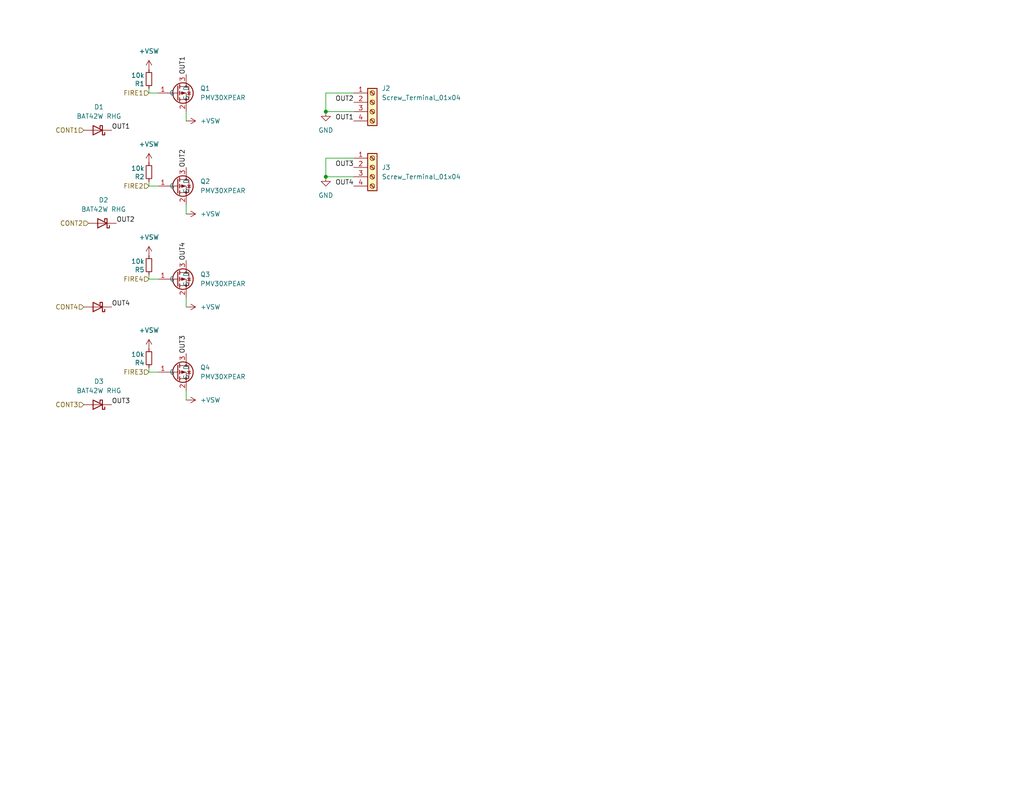
<source format=kicad_sch>
(kicad_sch (version 20250114) (generator "eeschema") (generator_version "9.0")
  (paper "A")
  (title_block (company "CU INSPACE") (comment 1 "ROLAND NEILL") (comment 2 "2025-04-19"))
  (lib_symbols
    (symbol "Library:+VSW" (power) (pin_numbers (hide yes)) (pin_names (offset 0) (hide yes))
      (property "Value" "+VSW" (at 0 3.556 0))
      (symbol "+VSW_0_1"
        (polyline (pts (xy -0.762 1.27) (xy 0 2.54)))
        (polyline (pts (xy 0 2.54) (xy 0.762 1.27)))
        (polyline (pts (xy 0 0) (xy 0 2.54)))
      )
      (symbol "+VSW_1_1"
        (pin power_in line (at 0 0 90) (length 0) (name "~") (number "1"))
      )
    )
    (symbol "Library:BAT43W-V" (pin_numbers (hide yes)) (pin_names (offset 1.016) (hide yes))
      (property "Reference" "D" (at 0 2.54 0))
      (property "Value" "BAT43W-V" (at 0 -2.54 0))
      (symbol "BAT43W-V_0_1"
        (polyline (pts (xy -1.905 0.635) (xy -1.905 1.27) (xy -1.27 1.27) (xy -1.27 -1.27) (xy -0.635 -1.27) (xy -0.635 -0.635)) (stroke (width 0.254)))
        (polyline (pts (xy 1.27 1.27) (xy 1.27 -1.27) (xy -1.27 0) (xy 1.27 1.27)) (stroke (width 0.254)))
        (polyline (pts (xy 1.27 0) (xy -1.27 0)))
      )
      (symbol "BAT43W-V_1_1"
        (pin passive line (at -3.81 0 0) (length 2.54) (name "K") (number "1"))
        (pin passive line (at 3.81 0 180) (length 2.54) (name "A") (number "2"))
      )
    )
    (symbol "Library:GND" (power) (pin_numbers (hide yes)) (pin_names (offset 0) (hide yes))
      (property "Value" "GND" (at 0 -3.81 0))
      (symbol "GND_0_1"
        (polyline (pts (xy 0 0) (xy 0 -1.27) (xy 1.27 -1.27) (xy 0 -2.54) (xy -1.27 -1.27) (xy 0 -1.27)))
      )
      (symbol "GND_1_1"
        (pin power_in line (at 0 0 270) (length 0) (name "~") (number "1"))
      )
    )
    (symbol "Library:R_Small" (pin_numbers (hide yes)) (pin_names (offset 0.254) (hide yes))
      (property "Reference" "R" (at 0 0 90))
      (property "Value" "R_Small" (at 1.778 0 90))
      (symbol "R_Small_0_1"
        (rectangle (start -0.762 1.778) (end 0.762 -1.778) (stroke (width 0.2032)))
      )
      (symbol "R_Small_1_1"
        (pin passive line (at 0 2.54 270) (length 0.762) (name "~") (number "1"))
        (pin passive line (at 0 -2.54 90) (length 0.762) (name "~") (number "2"))
      )
    )
    (symbol "Library:Screw_Terminal_01x04" (pin_names (offset 1.016) (hide yes))
      (property "Reference" "J" (at 0 5.08 0))
      (property "Value" "Screw_Terminal_01x04" (at 0 -7.62 0))
      (symbol "Screw_Terminal_01x04_1_1"
        (rectangle (start -1.27 3.81) (end 1.27 -6.35) (stroke (width 0.254)) (fill (type background)))
        (polyline (pts (xy -0.5334 2.8702) (xy 0.3302 2.032)) (stroke (width 0.1524)))
        (polyline (pts (xy -0.5334 0.3302) (xy 0.3302 -0.508)) (stroke (width 0.1524)))
        (polyline (pts (xy -0.5334 -2.2098) (xy 0.3302 -3.048)) (stroke (width 0.1524)))
        (polyline (pts (xy -0.5334 -4.7498) (xy 0.3302 -5.588)) (stroke (width 0.1524)))
        (polyline (pts (xy -0.3556 3.048) (xy 0.508 2.2098)) (stroke (width 0.1524)))
        (polyline (pts (xy -0.3556 0.508) (xy 0.508 -0.3302)) (stroke (width 0.1524)))
        (polyline (pts (xy -0.3556 -2.032) (xy 0.508 -2.8702)) (stroke (width 0.1524)))
        (polyline (pts (xy -0.3556 -4.572) (xy 0.508 -5.4102)) (stroke (width 0.1524)))
        (circle (center 0 2.54) (radius 0.635) (stroke (width 0.1524)))
        (circle (center 0 0) (radius 0.635) (stroke (width 0.1524)))
        (circle (center 0 -2.54) (radius 0.635) (stroke (width 0.1524)))
        (circle (center 0 -5.08) (radius 0.635) (stroke (width 0.1524)))
        (pin passive line (at -5.08 2.54 0) (length 3.81) (name "Pin_1") (number "1"))
        (pin passive line (at -5.08 0 0) (length 3.81) (name "Pin_2") (number "2"))
        (pin passive line (at -5.08 -2.54 0) (length 3.81) (name "Pin_3") (number "3"))
        (pin passive line (at -5.08 -5.08 0) (length 3.81) (name "Pin_4") (number "4"))
      )
    )
    (symbol "PMV30XPEAR:PMV30XPEAR"
      (property "Reference" "Q" (at 16.51 7.62 0))
      (property "Value" "PMV30XPEAR" (at 16.51 5.08 0))
      (symbol "PMV30XPEAR_0_1"
        (polyline (pts (xy 1.524 1.905) (xy 1.524 -1.905)) (stroke (width 0.254)))
        (polyline (pts (xy 1.524 0) (xy -1.27 0)))
        (polyline (pts (xy 2.032 2.286) (xy 2.032 1.27)) (stroke (width 0.254)))
        (polyline (pts (xy 2.032 1.778) (xy 4.572 1.778) (xy 4.572 -1.778) (xy 2.032 -1.778)))
        (polyline (pts (xy 2.032 0.508) (xy 2.032 -0.508)) (stroke (width 0.254)))
        (polyline (pts (xy 2.032 -1.27) (xy 2.032 -2.286)) (stroke (width 0.254)))
        (circle (center 2.921 0) (radius 2.794) (stroke (width 0.254)))
        (polyline (pts (xy 3.556 0) (xy 2.54 0.381) (xy 2.54 -0.381) (xy 3.556 0)) (fill (type outline)))
        (polyline (pts (xy 3.81 2.54) (xy 3.81 1.778)))
        (circle (center 3.81 1.778) (radius 0.254) (fill (type outline)))
        (circle (center 3.81 -1.778) (radius 0.254) (fill (type outline)))
        (polyline (pts (xy 3.81 -2.54) (xy 3.81 0) (xy 2.032 0)))
        (polyline (pts (xy 4.064 -0.508) (xy 4.191 -0.381) (xy 4.953 -0.381) (xy 5.08 -0.254)))
        (polyline (pts (xy 4.572 -0.381) (xy 4.191 0.254) (xy 4.953 0.254) (xy 4.572 -0.381)))
      )
      (symbol "PMV30XPEAR_1_1"
        (pin input line (at -3.81 0 0) (length 2.54) (name "G") (number "1"))
        (pin passive line (at 3.81 5.08 270) (length 2.54) (name "D") (number "3"))
        (pin passive line (at 3.81 -5.08 90) (length 2.54) (name "S") (number "2"))
      )
    )
  )
  (junction (at 88.9 48.26))
  (junction (at 88.9 30.48))
  (wire (pts (xy 40.64 24.13) (xy 40.64 25.4)))
  (wire (pts (xy 50.8 81.28) (xy 50.8 83.82)))
  (wire (pts (xy 50.8 30.48) (xy 50.8 33.02)))
  (wire (pts (xy 40.64 74.93) (xy 40.64 76.2)))
  (wire (pts (xy 96.52 25.4) (xy 88.9 25.4)))
  (wire (pts (xy 40.64 49.53) (xy 40.64 50.8)))
  (wire (pts (xy 40.64 101.6) (xy 43.18 101.6)))
  (wire (pts (xy 40.64 100.33) (xy 40.64 101.6)))
  (wire (pts (xy 88.9 43.18) (xy 96.52 43.18)))
  (wire (pts (xy 40.64 25.4) (xy 43.18 25.4)))
  (wire (pts (xy 40.64 50.8) (xy 43.18 50.8)))
  (wire (pts (xy 88.9 30.48) (xy 96.52 30.48)))
  (wire (pts (xy 40.64 76.2) (xy 43.18 76.2)))
  (wire (pts (xy 96.52 48.26) (xy 88.9 48.26)))
  (wire (pts (xy 88.9 25.4) (xy 88.9 30.48)))
  (wire (pts (xy 50.8 106.68) (xy 50.8 109.22)))
  (wire (pts (xy 88.9 48.26) (xy 88.9 43.18)))
  (wire (pts (xy 50.8 55.88) (xy 50.8 58.42)))
  (label "OUT1" (at 30.48 35.56 0))
  (label "OUT4" (at 30.48 83.82 0))
  (label "OUT4" (at 50.8 71.12 90))
  (label "OUT3" (at 30.48 110.49 0))
  (label "OUT4" (at 96.52 50.8 180))
  (label "OUT3" (at 96.52 45.72 180))
  (label "OUT2" (at 96.52 27.94 180))
  (label "OUT2" (at 31.75 60.96 0))
  (label "OUT2" (at 50.8 45.72 90))
  (label "OUT1" (at 50.8 20.32 90))
  (label "OUT1" (at 96.52 33.02 180))
  (label "OUT3" (at 50.8 96.52 90))
  (hierarchical_label "CONT3" (shape input) (at 22.86 110.49 180))
  (hierarchical_label "FIRE2" (shape input) (at 40.64 50.8 180))
  (hierarchical_label "FIRE3" (shape input) (at 40.64 101.6 180))
  (hierarchical_label "FIRE1" (shape input) (at 40.64 25.4 180))
  (hierarchical_label "CONT1" (shape input) (at 22.86 35.56 180))
  (hierarchical_label "CONT4" (shape input) (at 22.86 83.82 180))
  (hierarchical_label "FIRE4" (shape input) (at 40.64 76.2 180))
  (hierarchical_label "CONT2" (shape input) (at 24.13 60.96 180))
  (symbol (lib_id "Library:BAT43W-V") (at 26.67 83.82 180) (unit 1)
    (property "Reference" "D4" (effects (hide yes)))
    (property "Value" "BAT42W RHG" (effects (hide yes)))
    (property "Footprint" "Library:D_SOD-123" (effects (hide yes)))
    (property "Datasheet" "http://www.vishay.com/docs/85660/bat42.pdf" (effects (hide yes)))
    (property "Description" "30V 0.2A Small Signal Schottky diode, SOD-123" (effects (hide yes)))
    (property "Var" "Variant Ground(-!) Flight(+!)" (effects (hide yes)))
    (property "SPN" "BAT42WRHGTR-ND" (effects (hide yes)))
    (property "Manufacturer_Name" "Taiwan Semiconductor Corporation" (effects (hide yes)))
    (property "Manufacturer_Part_Number" "BAT42W RHG" (effects (hide yes)))
    (property "Price" "0.17" (effects (hide yes)))
  )
  (symbol (lib_id "Library:+VSW") (at 50.8 58.42 270) (unit 1)
    (property "Reference" "#PWR073" (effects (hide yes)))
    (property "Value" "+VSW" (at 54.61 58.4199 90) (effects (justify left)))
    (property "Description" "Power symbol creates a global label with name \"+VSW\"" (effects (hide yes)))
  )
  (symbol (lib_id "Library:BAT43W-V") (at 26.67 110.49 180) (unit 1)
    (property "Reference" "D3" (at 26.9875 104.14 0))
    (property "Value" "BAT42W RHG" (at 26.9875 106.68 0))
    (property "Footprint" "Library:D_SOD-123" (effects (hide yes)))
    (property "Datasheet" "http://www.vishay.com/docs/85660/bat42.pdf" (effects (hide yes)))
    (property "Description" "30V 0.2A Small Signal Schottky diode, SOD-123" (effects (hide yes)))
    (property "Var" "Variant Ground(-!) Flight(+!)" (effects (hide yes)))
    (property "SPN" "BAT42WRHGTR-ND" (effects (hide yes)))
    (property "Manufacturer_Name" "Taiwan Semiconductor Corporation" (effects (hide yes)))
    (property "Manufacturer_Part_Number" "BAT42W RHG" (effects (hide yes)))
    (property "Price" "0.17" (effects (hide yes)))
  )
  (symbol (lib_id "Library:Screw_Terminal_01x04") (at 101.6 27.94 0) (unit 1)
    (property "Reference" "J2" (at 104.14 24.1299 0) (effects (justify left)))
    (property "Value" "Screw_Terminal_01x04" (at 104.14 26.6699 0) (effects (justify left)))
    (property "Footprint" "Library:TB00150004BE" (effects (hide yes)))
    (property "Description" "Generic screw terminal, single row, 01x04, script generated (kicad-library-utils/schlib/autogen/connector/)" (effects (hide yes)))
    (property "Var" "Variant Ground(-!) Flight(+!)" (effects (hide yes)))
    (property "SPN" "102-6136-ND" (effects (hide yes)))
    (property "Manufacturer_Name" "Same Sky" (effects (hide yes)))
    (property "Manufacturer_Part_Number" "TB001-500-04BE" (effects (hide yes)))
    (property "Price" "0.85" (effects (hide yes)))
  )
  (symbol (lib_id "Library:R_Small") (at 40.64 72.39 0) (unit 1)
    (property "Reference" "R5" (at 38.1 73.66 0))
    (property "Value" "10k" (at 37.592 71.374 0))
    (property "Footprint" "Library:R_0805_2012Metric_Pad1.20x1.40mm_HandSolder" (effects (hide yes)))
    (property "Description" "Resistor, small symbol" (effects (hide yes)))
    (property "Manufacturer_Name" "YAGEO" (effects (hide yes)))
    (property "Manufacturer_Part_Number" "RC0805JR-0710KL" (effects (hide yes)))
    (property "Mouser Part Number" "660-RK73B2ATTD103J" (effects (hide yes)))
    (property "Mouser Price/Stock" "https://www.mouser.ca/ProductDetail/KOA-Speer/RK73B2ATTD103J?qs=sGAEpiMZZMtlubZbdhIBIPowtXE6YgVjotN5F%2FUwbfE%3D" (effects (hide yes)))
    (property "Price" "0.019" (effects (hide yes)))
    (property "Var" "Variant Ground(-!) Flight(+!)" (effects (hide yes)))
    (property "SPN" "311-10KARTR-ND" (effects (hide yes)))
  )
  (symbol (lib_id "Library:+VSW") (at 50.8 109.22 270) (unit 1)
    (property "Reference" "#PWR074" (effects (hide yes)))
    (property "Value" "+VSW" (at 54.61 109.2199 90) (effects (justify left)))
    (property "Description" "Power symbol creates a global label with name \"+VSW\"" (effects (hide yes)))
  )
  (symbol (lib_id "PMV30XPEAR:PMV30XPEAR") (at 46.99 76.2 0) (unit 1)
    (property "Reference" "Q3" (at 54.61 74.9299 0) (effects (justify left)))
    (property "Value" "PMV30XPEAR" (at 54.61 77.4699 0) (effects (justify left)))
    (property "Footprint" "SOT95P230X110-3N" (effects (hide yes)))
    (property "Datasheet" "https://assets.nexperia.com/documents/data-sheet/PMV30XPEA.pdf" (effects (hide yes)))
    (property "Description" "P-Channel 20 V 4.5A (Ta) 490mW (Ta), 5.435W (Tc) Surface Mount TO-236AB" (effects (hide yes)))
    (property "Height" "1.1" (effects (hide yes)))
    (property "Mouser Part Number" "771-PMV30XPEAR" (effects (hide yes)))
    (property "Mouser Price/Stock" "https://www.mouser.co.uk/ProductDetail/Nexperia/PMV30XPEAR?qs=gH1BdSMZm8WIT7%2FCLtzVQg%3D%3D" (effects (hide yes)))
    (property "Manufacturer_Name" "Nexperia" (effects (hide yes)))
    (property "Manufacturer_Part_Number" "PMV30XPEAR" (effects (hide yes)))
  )
  (symbol (lib_id "Library:+VSW") (at 40.64 44.45 0) (unit 1)
    (property "Reference" "#PWR04" (effects (hide yes)))
    (property "Value" "+VSW" (at 40.64 39.37 0))
    (property "Description" "Power symbol creates a global label with name \"+VSW\"" (effects (hide yes)))
  )
  (symbol (lib_id "PMV30XPEAR:PMV30XPEAR") (at 46.99 101.6 0) (unit 1)
    (property "Reference" "Q4" (at 54.61 100.3299 0) (effects (justify left)))
    (property "Value" "PMV30XPEAR" (at 54.61 102.8699 0) (effects (justify left)))
    (property "Footprint" "SOT95P230X110-3N" (effects (hide yes)))
    (property "Datasheet" "https://assets.nexperia.com/documents/data-sheet/PMV30XPEA.pdf" (effects (hide yes)))
    (property "Description" "P-Channel 20 V 4.5A (Ta) 490mW (Ta), 5.435W (Tc) Surface Mount TO-236AB" (effects (hide yes)))
    (property "Height" "1.1" (effects (hide yes)))
    (property "Mouser Part Number" "771-PMV30XPEAR" (effects (hide yes)))
    (property "Mouser Price/Stock" "https://www.mouser.co.uk/ProductDetail/Nexperia/PMV30XPEAR?qs=gH1BdSMZm8WIT7%2FCLtzVQg%3D%3D" (effects (hide yes)))
    (property "Manufacturer_Name" "Nexperia" (effects (hide yes)))
    (property "Manufacturer_Part_Number" "PMV30XPEAR" (effects (hide yes)))
  )
  (symbol (lib_id "Library:+VSW") (at 40.64 69.85 0) (unit 1)
    (property "Reference" "#PWR05" (effects (hide yes)))
    (property "Value" "+VSW" (at 40.64 64.77 0))
    (property "Description" "Power symbol creates a global label with name \"+VSW\"" (effects (hide yes)))
  )
  (symbol (lib_id "Library:Screw_Terminal_01x04") (at 101.6 45.72 0) (unit 1)
    (property "Reference" "J3" (at 104.14 45.7199 0) (effects (justify left)))
    (property "Value" "Screw_Terminal_01x04" (at 104.14 48.2599 0) (effects (justify left)))
    (property "Footprint" "Library:TB00150004BE" (effects (hide yes)))
    (property "Description" "Generic screw terminal, single row, 01x04, script generated (kicad-library-utils/schlib/autogen/connector/)" (effects (hide yes)))
    (property "Var" "Variant Ground(-!) Flight(+!)" (effects (hide yes)))
    (property "SPN" "102-6136-ND" (effects (hide yes)))
    (property "Manufacturer_Name" "Same Sky" (effects (hide yes)))
    (property "Manufacturer_Part_Number" "TB001-500-04BE" (effects (hide yes)))
    (property "Price" "0.85" (effects (hide yes)))
  )
  (symbol (lib_id "Library:+VSW") (at 50.8 83.82 270) (unit 1)
    (property "Reference" "#PWR075" (effects (hide yes)))
    (property "Value" "+VSW" (at 54.61 83.8199 90) (effects (justify left)))
    (property "Description" "Power symbol creates a global label with name \"+VSW\"" (effects (hide yes)))
  )
  (symbol (lib_id "Library:R_Small") (at 40.64 46.99 0) (unit 1)
    (property "Reference" "R2" (at 38.1 48.26 0))
    (property "Value" "10k" (at 37.592 45.974 0))
    (property "Footprint" "Library:R_0805_2012Metric_Pad1.20x1.40mm_HandSolder" (effects (hide yes)))
    (property "Description" "Resistor, small symbol" (effects (hide yes)))
    (property "Manufacturer_Name" "YAGEO" (effects (hide yes)))
    (property "Manufacturer_Part_Number" "RC0805JR-0710KL" (effects (hide yes)))
    (property "Mouser Part Number" "660-RK73B2ATTD103J" (effects (hide yes)))
    (property "Mouser Price/Stock" "https://www.mouser.ca/ProductDetail/KOA-Speer/RK73B2ATTD103J?qs=sGAEpiMZZMtlubZbdhIBIPowtXE6YgVjotN5F%2FUwbfE%3D" (effects (hide yes)))
    (property "Price" "0.019" (effects (hide yes)))
    (property "Var" "Variant Ground(-!) Flight(+!)" (effects (hide yes)))
    (property "SPN" "311-10KARTR-ND" (effects (hide yes)))
  )
  (symbol (lib_id "Library:BAT43W-V") (at 27.94 60.96 180) (unit 1)
    (property "Reference" "D2" (at 28.2575 54.61 0))
    (property "Value" "BAT42W RHG" (at 28.2575 57.15 0))
    (property "Footprint" "Library:D_SOD-123" (effects (hide yes)))
    (property "Datasheet" "http://www.vishay.com/docs/85660/bat42.pdf" (effects (hide yes)))
    (property "Description" "30V 0.2A Small Signal Schottky diode, SOD-123" (effects (hide yes)))
    (property "Var" "Variant Ground(-!) Flight(+!)" (effects (hide yes)))
    (property "SPN" "BAT42WRHGTR-ND" (effects (hide yes)))
    (property "Manufacturer_Name" "Taiwan Semiconductor Corporation" (effects (hide yes)))
    (property "Manufacturer_Part_Number" "BAT42W RHG" (effects (hide yes)))
    (property "Price" "0.17" (effects (hide yes)))
  )
  (symbol (lib_id "Library:BAT43W-V") (at 26.67 35.56 180) (unit 1)
    (property "Reference" "D1" (at 26.9875 29.21 0))
    (property "Value" "BAT42W RHG" (at 26.9875 31.75 0))
    (property "Footprint" "Library:D_SOD-123" (effects (hide yes)))
    (property "Datasheet" "http://www.vishay.com/docs/85660/bat42.pdf" (effects (hide yes)))
    (property "Description" "30V 0.2A Small Signal Schottky diode, SOD-123" (effects (hide yes)))
    (property "Var" "Variant Ground(-!) Flight(+!)" (effects (hide yes)))
    (property "SPN" "BAT42WRHGTR-ND" (effects (hide yes)))
    (property "Manufacturer_Name" "Taiwan Semiconductor Corporation" (effects (hide yes)))
    (property "Manufacturer_Part_Number" "BAT42W RHG" (effects (hide yes)))
    (property "Price" "0.17" (effects (hide yes)))
  )
  (symbol (lib_id "PMV30XPEAR:PMV30XPEAR") (at 46.99 25.4 0) (unit 1)
    (property "Reference" "Q1" (at 54.61 24.1299 0) (effects (justify left)))
    (property "Value" "PMV30XPEAR" (at 54.61 26.6699 0) (effects (justify left)))
    (property "Footprint" "SOT95P230X110-3N" (effects (hide yes)))
    (property "Datasheet" "https://assets.nexperia.com/documents/data-sheet/PMV30XPEA.pdf" (effects (hide yes)))
    (property "Description" "P-Channel 20 V 4.5A (Ta) 490mW (Ta), 5.435W (Tc) Surface Mount TO-236AB" (effects (hide yes)))
    (property "Height" "1.1" (effects (hide yes)))
    (property "Mouser Part Number" "771-PMV30XPEAR" (effects (hide yes)))
    (property "Mouser Price/Stock" "https://www.mouser.co.uk/ProductDetail/Nexperia/PMV30XPEAR?qs=gH1BdSMZm8WIT7%2FCLtzVQg%3D%3D" (effects (hide yes)))
    (property "Manufacturer_Name" "Nexperia" (effects (hide yes)))
    (property "Manufacturer_Part_Number" "PMV30XPEAR" (effects (hide yes)))
  )
  (symbol (lib_id "Library:+VSW") (at 40.64 19.05 0) (unit 1)
    (property "Reference" "#PWR08" (effects (hide yes)))
    (property "Value" "+VSW" (at 40.64 13.97 0))
    (property "Description" "Power symbol creates a global label with name \"+VSW\"" (effects (hide yes)))
  )
  (symbol (lib_id "Library:R_Small") (at 40.64 97.79 0) (unit 1)
    (property "Reference" "R4" (at 38.1 99.06 0))
    (property "Value" "10k" (at 37.592 96.774 0))
    (property "Footprint" "Library:R_0805_2012Metric_Pad1.20x1.40mm_HandSolder" (effects (hide yes)))
    (property "Description" "Resistor, small symbol" (effects (hide yes)))
    (property "Manufacturer_Name" "YAGEO" (effects (hide yes)))
    (property "Manufacturer_Part_Number" "RC0805JR-0710KL" (effects (hide yes)))
    (property "Mouser Part Number" "660-RK73B2ATTD103J" (effects (hide yes)))
    (property "Mouser Price/Stock" "https://www.mouser.ca/ProductDetail/KOA-Speer/RK73B2ATTD103J?qs=sGAEpiMZZMtlubZbdhIBIPowtXE6YgVjotN5F%2FUwbfE%3D" (effects (hide yes)))
    (property "Price" "0.019" (effects (hide yes)))
    (property "Var" "Variant Ground(-!) Flight(+!)" (effects (hide yes)))
    (property "SPN" "311-10KARTR-ND" (effects (hide yes)))
  )
  (symbol (lib_id "Library:R_Small") (at 40.64 21.59 0) (unit 1)
    (property "Reference" "R1" (at 38.1 22.86 0))
    (property "Value" "10k" (at 37.592 20.574 0))
    (property "Footprint" "Library:R_0805_2012Metric_Pad1.20x1.40mm_HandSolder" (effects (hide yes)))
    (property "Description" "Resistor, small symbol" (effects (hide yes)))
    (property "Manufacturer_Name" "YAGEO" (effects (hide yes)))
    (property "Manufacturer_Part_Number" "RC0805JR-0710KL" (effects (hide yes)))
    (property "Mouser Part Number" "660-RK73B2ATTD103J" (effects (hide yes)))
    (property "Mouser Price/Stock" "https://www.mouser.ca/ProductDetail/KOA-Speer/RK73B2ATTD103J?qs=sGAEpiMZZMtlubZbdhIBIPowtXE6YgVjotN5F%2FUwbfE%3D" (effects (hide yes)))
    (property "Price" "0.019" (effects (hide yes)))
    (property "Var" "Variant Ground(-!) Flight(+!)" (effects (hide yes)))
    (property "SPN" "311-10KARTR-ND" (effects (hide yes)))
  )
  (symbol (lib_id "Library:+VSW") (at 40.64 95.25 0) (unit 1)
    (property "Reference" "#PWR06" (effects (hide yes)))
    (property "Value" "+VSW" (at 40.64 90.17 0))
    (property "Description" "Power symbol creates a global label with name \"+VSW\"" (effects (hide yes)))
  )
  (symbol (lib_id "Library:GND") (at 88.9 48.26 0) (unit 1)
    (property "Reference" "#PWR01" (effects (hide yes)))
    (property "Value" "GND" (at 88.9 53.34 0))
    (property "Description" "Power symbol creates a global label with name \"GND\" , ground" (effects (hide yes)))
  )
  (symbol (lib_id "PMV30XPEAR:PMV30XPEAR") (at 46.99 50.8 0) (unit 1)
    (property "Reference" "Q2" (at 54.61 49.5299 0) (effects (justify left)))
    (property "Value" "PMV30XPEAR" (at 54.61 52.0699 0) (effects (justify left)))
    (property "Footprint" "SOT95P230X110-3N" (effects (hide yes)))
    (property "Datasheet" "https://assets.nexperia.com/documents/data-sheet/PMV30XPEA.pdf" (effects (hide yes)))
    (property "Description" "P-Channel 20 V 4.5A (Ta) 490mW (Ta), 5.435W (Tc) Surface Mount TO-236AB" (effects (hide yes)))
    (property "Height" "1.1" (effects (hide yes)))
    (property "Mouser Part Number" "771-PMV30XPEAR" (effects (hide yes)))
    (property "Mouser Price/Stock" "https://www.mouser.co.uk/ProductDetail/Nexperia/PMV30XPEAR?qs=gH1BdSMZm8WIT7%2FCLtzVQg%3D%3D" (effects (hide yes)))
    (property "Manufacturer_Name" "Nexperia" (effects (hide yes)))
    (property "Manufacturer_Part_Number" "PMV30XPEAR" (effects (hide yes)))
  )
  (symbol (lib_id "Library:GND") (at 88.9 30.48 0) (unit 1)
    (property "Reference" "#PWR03" (effects (hide yes)))
    (property "Value" "GND" (at 88.9 35.56 0))
    (property "Description" "Power symbol creates a global label with name \"GND\" , ground" (effects (hide yes)))
  )
  (symbol (lib_id "Library:+VSW") (at 50.8 33.02 270) (unit 1)
    (property "Reference" "#PWR072" (effects (hide yes)))
    (property "Value" "+VSW" (at 54.61 33.0199 90) (effects (justify left)))
    (property "Description" "Power symbol creates a global label with name \"+VSW\"" (effects (hide yes)))
  )
)
</source>
